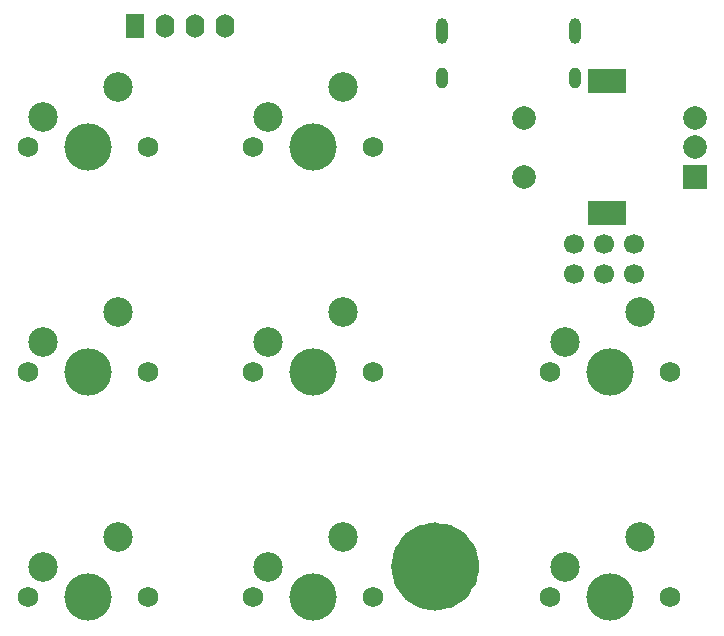
<source format=gbr>
%TF.GenerationSoftware,KiCad,Pcbnew,6.0.0*%
%TF.CreationDate,2022-01-08T00:25:53+01:00*%
%TF.ProjectId,1337-v4.0,31333337-2d76-4342-9e30-2e6b69636164,4.0*%
%TF.SameCoordinates,Original*%
%TF.FileFunction,Soldermask,Top*%
%TF.FilePolarity,Negative*%
%FSLAX46Y46*%
G04 Gerber Fmt 4.6, Leading zero omitted, Abs format (unit mm)*
G04 Created by KiCad (PCBNEW 6.0.0) date 2022-01-08 00:25:53*
%MOMM*%
%LPD*%
G01*
G04 APERTURE LIST*
%ADD10C,3.750000*%
%ADD11C,1.750000*%
%ADD12C,4.000000*%
%ADD13C,2.500000*%
%ADD14R,1.600000X2.000000*%
%ADD15O,1.600000X2.000000*%
%ADD16R,2.000000X2.000000*%
%ADD17C,2.000000*%
%ADD18R,3.200000X2.000000*%
%ADD19O,1.000000X1.800000*%
%ADD20O,1.000000X2.200000*%
%ADD21C,1.700000*%
G04 APERTURE END LIST*
%TO.C,G\u002A\u002A\u002A*%
D10*
X113665000Y-81790000D02*
G75*
G03*
X113665000Y-81790000I-1875000J0D01*
G01*
%TD*%
D11*
%TO.C,MX8*%
X106485479Y-84389521D03*
D12*
X101405479Y-84389521D03*
D11*
X96325479Y-84389521D03*
D13*
X97595479Y-81849521D03*
X103945479Y-79309521D03*
%TD*%
D11*
%TO.C,MX7*%
X87435479Y-84389521D03*
X77275479Y-84389521D03*
D12*
X82355479Y-84389521D03*
D13*
X78545479Y-81849521D03*
X84895479Y-79309521D03*
%TD*%
D11*
%TO.C,MX1*%
X77275479Y-46289521D03*
X87435479Y-46289521D03*
D12*
X82355479Y-46289521D03*
D13*
X78545479Y-43749521D03*
X84895479Y-41209521D03*
%TD*%
D11*
%TO.C,MX6*%
X121475479Y-65339521D03*
D12*
X126555479Y-65339521D03*
D11*
X131635479Y-65339521D03*
D13*
X122745479Y-62799521D03*
X129095479Y-60259521D03*
%TD*%
D14*
%TO.C,U1*%
X86384229Y-36055771D03*
D15*
X88924229Y-36055771D03*
X91464229Y-36055771D03*
X94004229Y-36055771D03*
%TD*%
D12*
%TO.C,MX9*%
X126555479Y-84389521D03*
D11*
X121475479Y-84389521D03*
X131635479Y-84389521D03*
D13*
X122745479Y-81849521D03*
X129095479Y-79309521D03*
%TD*%
D11*
%TO.C,MX4*%
X87435479Y-65339521D03*
D12*
X82355479Y-65339521D03*
D11*
X77275479Y-65339521D03*
D13*
X78545479Y-62799521D03*
X84895479Y-60259521D03*
%TD*%
D16*
%TO.C,MX3*%
X133805479Y-48789521D03*
D17*
X133805479Y-43789521D03*
X133805479Y-46289521D03*
D18*
X126305479Y-51889521D03*
X126305479Y-40689521D03*
D17*
X119305479Y-43789521D03*
X119305479Y-48789521D03*
%TD*%
D11*
%TO.C,MX2*%
X96325479Y-46289521D03*
X106485479Y-46289521D03*
D12*
X101405479Y-46289521D03*
D13*
X97595479Y-43749521D03*
X103945479Y-41209521D03*
%TD*%
D11*
%TO.C,MX5*%
X106485479Y-65339521D03*
D12*
X101405479Y-65339521D03*
D11*
X96325479Y-65339521D03*
D13*
X97595479Y-62799521D03*
X103945479Y-60259521D03*
%TD*%
D19*
%TO.C,J1*%
X112399229Y-40445771D03*
X123639229Y-40445771D03*
D20*
X123639229Y-36445771D03*
X112399229Y-36445771D03*
%TD*%
D21*
%TO.C,J2*%
X123559229Y-54450771D03*
X123559229Y-56990771D03*
X126099229Y-54450771D03*
X126099229Y-56990771D03*
X128639229Y-54450771D03*
X128639229Y-56990771D03*
%TD*%
M02*

</source>
